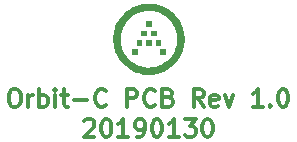
<source format=gto>
G04 #@! TF.GenerationSoftware,KiCad,Pcbnew,(5.0.0)*
G04 #@! TF.CreationDate,2019-01-31T01:52:36-08:00*
G04 #@! TF.ProjectId,Orbit,4F726269742E6B696361645F70636200,rev?*
G04 #@! TF.SameCoordinates,Original*
G04 #@! TF.FileFunction,Legend,Top*
G04 #@! TF.FilePolarity,Positive*
%FSLAX46Y46*%
G04 Gerber Fmt 4.6, Leading zero omitted, Abs format (unit mm)*
G04 Created by KiCad (PCBNEW (5.0.0)) date 01/31/19 01:52:36*
%MOMM*%
%LPD*%
G01*
G04 APERTURE LIST*
%ADD10C,0.300000*%
%ADD11C,0.010000*%
%ADD12C,1.600000*%
%ADD13C,2.300000*%
%ADD14C,3.800000*%
%ADD15C,2.540000*%
%ADD16C,1.187400*%
%ADD17O,1.400000X2.600000*%
%ADD18O,1.400000X2.200000*%
G04 APERTURE END LIST*
D10*
X25841964Y-143159821D02*
X26127678Y-143159821D01*
X26270535Y-143231250D01*
X26413392Y-143374107D01*
X26484821Y-143659821D01*
X26484821Y-144159821D01*
X26413392Y-144445535D01*
X26270535Y-144588392D01*
X26127678Y-144659821D01*
X25841964Y-144659821D01*
X25699107Y-144588392D01*
X25556250Y-144445535D01*
X25484821Y-144159821D01*
X25484821Y-143659821D01*
X25556250Y-143374107D01*
X25699107Y-143231250D01*
X25841964Y-143159821D01*
X27127678Y-144659821D02*
X27127678Y-143659821D01*
X27127678Y-143945535D02*
X27199107Y-143802678D01*
X27270535Y-143731250D01*
X27413392Y-143659821D01*
X27556250Y-143659821D01*
X28056250Y-144659821D02*
X28056250Y-143159821D01*
X28056250Y-143731250D02*
X28199107Y-143659821D01*
X28484821Y-143659821D01*
X28627678Y-143731250D01*
X28699107Y-143802678D01*
X28770535Y-143945535D01*
X28770535Y-144374107D01*
X28699107Y-144516964D01*
X28627678Y-144588392D01*
X28484821Y-144659821D01*
X28199107Y-144659821D01*
X28056250Y-144588392D01*
X29413392Y-144659821D02*
X29413392Y-143659821D01*
X29413392Y-143159821D02*
X29341964Y-143231250D01*
X29413392Y-143302678D01*
X29484821Y-143231250D01*
X29413392Y-143159821D01*
X29413392Y-143302678D01*
X29913392Y-143659821D02*
X30484821Y-143659821D01*
X30127678Y-143159821D02*
X30127678Y-144445535D01*
X30199107Y-144588392D01*
X30341964Y-144659821D01*
X30484821Y-144659821D01*
X30984821Y-144088392D02*
X32127678Y-144088392D01*
X33699107Y-144516964D02*
X33627678Y-144588392D01*
X33413392Y-144659821D01*
X33270535Y-144659821D01*
X33056250Y-144588392D01*
X32913392Y-144445535D01*
X32841964Y-144302678D01*
X32770535Y-144016964D01*
X32770535Y-143802678D01*
X32841964Y-143516964D01*
X32913392Y-143374107D01*
X33056250Y-143231250D01*
X33270535Y-143159821D01*
X33413392Y-143159821D01*
X33627678Y-143231250D01*
X33699107Y-143302678D01*
X35484821Y-144659821D02*
X35484821Y-143159821D01*
X36056250Y-143159821D01*
X36199107Y-143231250D01*
X36270535Y-143302678D01*
X36341964Y-143445535D01*
X36341964Y-143659821D01*
X36270535Y-143802678D01*
X36199107Y-143874107D01*
X36056250Y-143945535D01*
X35484821Y-143945535D01*
X37841964Y-144516964D02*
X37770535Y-144588392D01*
X37556250Y-144659821D01*
X37413392Y-144659821D01*
X37199107Y-144588392D01*
X37056250Y-144445535D01*
X36984821Y-144302678D01*
X36913392Y-144016964D01*
X36913392Y-143802678D01*
X36984821Y-143516964D01*
X37056250Y-143374107D01*
X37199107Y-143231250D01*
X37413392Y-143159821D01*
X37556250Y-143159821D01*
X37770535Y-143231250D01*
X37841964Y-143302678D01*
X38984821Y-143874107D02*
X39199107Y-143945535D01*
X39270535Y-144016964D01*
X39341964Y-144159821D01*
X39341964Y-144374107D01*
X39270535Y-144516964D01*
X39199107Y-144588392D01*
X39056250Y-144659821D01*
X38484821Y-144659821D01*
X38484821Y-143159821D01*
X38984821Y-143159821D01*
X39127678Y-143231250D01*
X39199107Y-143302678D01*
X39270535Y-143445535D01*
X39270535Y-143588392D01*
X39199107Y-143731250D01*
X39127678Y-143802678D01*
X38984821Y-143874107D01*
X38484821Y-143874107D01*
X41984821Y-144659821D02*
X41484821Y-143945535D01*
X41127678Y-144659821D02*
X41127678Y-143159821D01*
X41699107Y-143159821D01*
X41841964Y-143231250D01*
X41913392Y-143302678D01*
X41984821Y-143445535D01*
X41984821Y-143659821D01*
X41913392Y-143802678D01*
X41841964Y-143874107D01*
X41699107Y-143945535D01*
X41127678Y-143945535D01*
X43199107Y-144588392D02*
X43056250Y-144659821D01*
X42770535Y-144659821D01*
X42627678Y-144588392D01*
X42556250Y-144445535D01*
X42556250Y-143874107D01*
X42627678Y-143731250D01*
X42770535Y-143659821D01*
X43056250Y-143659821D01*
X43199107Y-143731250D01*
X43270535Y-143874107D01*
X43270535Y-144016964D01*
X42556250Y-144159821D01*
X43770535Y-143659821D02*
X44127678Y-144659821D01*
X44484821Y-143659821D01*
X46984821Y-144659821D02*
X46127678Y-144659821D01*
X46556250Y-144659821D02*
X46556250Y-143159821D01*
X46413392Y-143374107D01*
X46270535Y-143516964D01*
X46127678Y-143588392D01*
X47627678Y-144516964D02*
X47699107Y-144588392D01*
X47627678Y-144659821D01*
X47556250Y-144588392D01*
X47627678Y-144516964D01*
X47627678Y-144659821D01*
X48627678Y-143159821D02*
X48770535Y-143159821D01*
X48913392Y-143231250D01*
X48984821Y-143302678D01*
X49056250Y-143445535D01*
X49127678Y-143731250D01*
X49127678Y-144088392D01*
X49056250Y-144374107D01*
X48984821Y-144516964D01*
X48913392Y-144588392D01*
X48770535Y-144659821D01*
X48627678Y-144659821D01*
X48484821Y-144588392D01*
X48413392Y-144516964D01*
X48341964Y-144374107D01*
X48270535Y-144088392D01*
X48270535Y-143731250D01*
X48341964Y-143445535D01*
X48413392Y-143302678D01*
X48484821Y-143231250D01*
X48627678Y-143159821D01*
X31877678Y-145852678D02*
X31949107Y-145781250D01*
X32091964Y-145709821D01*
X32449107Y-145709821D01*
X32591964Y-145781250D01*
X32663392Y-145852678D01*
X32734821Y-145995535D01*
X32734821Y-146138392D01*
X32663392Y-146352678D01*
X31806249Y-147209821D01*
X32734821Y-147209821D01*
X33663392Y-145709821D02*
X33806250Y-145709821D01*
X33949107Y-145781250D01*
X34020535Y-145852678D01*
X34091964Y-145995535D01*
X34163392Y-146281250D01*
X34163392Y-146638392D01*
X34091964Y-146924107D01*
X34020535Y-147066964D01*
X33949107Y-147138392D01*
X33806250Y-147209821D01*
X33663392Y-147209821D01*
X33520535Y-147138392D01*
X33449107Y-147066964D01*
X33377678Y-146924107D01*
X33306249Y-146638392D01*
X33306249Y-146281250D01*
X33377678Y-145995535D01*
X33449107Y-145852678D01*
X33520535Y-145781250D01*
X33663392Y-145709821D01*
X35591964Y-147209821D02*
X34734821Y-147209821D01*
X35163392Y-147209821D02*
X35163392Y-145709821D01*
X35020535Y-145924107D01*
X34877678Y-146066964D01*
X34734821Y-146138392D01*
X36306250Y-147209821D02*
X36591964Y-147209821D01*
X36734821Y-147138392D01*
X36806250Y-147066964D01*
X36949107Y-146852678D01*
X37020535Y-146566964D01*
X37020535Y-145995535D01*
X36949107Y-145852678D01*
X36877678Y-145781250D01*
X36734821Y-145709821D01*
X36449107Y-145709821D01*
X36306250Y-145781250D01*
X36234821Y-145852678D01*
X36163392Y-145995535D01*
X36163392Y-146352678D01*
X36234821Y-146495535D01*
X36306250Y-146566964D01*
X36449107Y-146638392D01*
X36734821Y-146638392D01*
X36877678Y-146566964D01*
X36949107Y-146495535D01*
X37020535Y-146352678D01*
X37949107Y-145709821D02*
X38091964Y-145709821D01*
X38234821Y-145781250D01*
X38306250Y-145852678D01*
X38377678Y-145995535D01*
X38449107Y-146281250D01*
X38449107Y-146638392D01*
X38377678Y-146924107D01*
X38306250Y-147066964D01*
X38234821Y-147138392D01*
X38091964Y-147209821D01*
X37949107Y-147209821D01*
X37806250Y-147138392D01*
X37734821Y-147066964D01*
X37663392Y-146924107D01*
X37591964Y-146638392D01*
X37591964Y-146281250D01*
X37663392Y-145995535D01*
X37734821Y-145852678D01*
X37806250Y-145781250D01*
X37949107Y-145709821D01*
X39877678Y-147209821D02*
X39020535Y-147209821D01*
X39449107Y-147209821D02*
X39449107Y-145709821D01*
X39306250Y-145924107D01*
X39163392Y-146066964D01*
X39020535Y-146138392D01*
X40377678Y-145709821D02*
X41306250Y-145709821D01*
X40806250Y-146281250D01*
X41020535Y-146281250D01*
X41163392Y-146352678D01*
X41234821Y-146424107D01*
X41306250Y-146566964D01*
X41306250Y-146924107D01*
X41234821Y-147066964D01*
X41163392Y-147138392D01*
X41020535Y-147209821D01*
X40591964Y-147209821D01*
X40449107Y-147138392D01*
X40377678Y-147066964D01*
X42234821Y-145709821D02*
X42377678Y-145709821D01*
X42520535Y-145781250D01*
X42591964Y-145852678D01*
X42663392Y-145995535D01*
X42734821Y-146281250D01*
X42734821Y-146638392D01*
X42663392Y-146924107D01*
X42591964Y-147066964D01*
X42520535Y-147138392D01*
X42377678Y-147209821D01*
X42234821Y-147209821D01*
X42091964Y-147138392D01*
X42020535Y-147066964D01*
X41949107Y-146924107D01*
X41877678Y-146638392D01*
X41877678Y-146281250D01*
X41949107Y-145995535D01*
X42020535Y-145852678D01*
X42091964Y-145781250D01*
X42234821Y-145709821D01*
D11*
G04 #@! TO.C,G\002A\002A\002A*
G36*
X37496750Y-137826750D02*
X37091938Y-137826750D01*
X37091938Y-137421938D01*
X37496750Y-137421938D01*
X37496750Y-137826750D01*
X37496750Y-137826750D01*
G37*
X37496750Y-137826750D02*
X37091938Y-137826750D01*
X37091938Y-137421938D01*
X37496750Y-137421938D01*
X37496750Y-137826750D01*
G36*
X37901563Y-138612563D02*
X37496750Y-138612563D01*
X37496750Y-138231563D01*
X37901563Y-138231563D01*
X37901563Y-138612563D01*
X37901563Y-138612563D01*
G37*
X37901563Y-138612563D02*
X37496750Y-138612563D01*
X37496750Y-138231563D01*
X37901563Y-138231563D01*
X37901563Y-138612563D01*
G36*
X37091938Y-138612563D02*
X36710938Y-138612563D01*
X36710938Y-138231563D01*
X37091938Y-138231563D01*
X37091938Y-138612563D01*
X37091938Y-138612563D01*
G37*
X37091938Y-138612563D02*
X36710938Y-138612563D01*
X36710938Y-138231563D01*
X37091938Y-138231563D01*
X37091938Y-138612563D01*
G36*
X38282563Y-139422188D02*
X37901563Y-139422188D01*
X37901563Y-139017375D01*
X38282563Y-139017375D01*
X38282563Y-139422188D01*
X38282563Y-139422188D01*
G37*
X38282563Y-139422188D02*
X37901563Y-139422188D01*
X37901563Y-139017375D01*
X38282563Y-139017375D01*
X38282563Y-139422188D01*
G36*
X37496750Y-139422188D02*
X37091938Y-139422188D01*
X37091938Y-139017375D01*
X37496750Y-139017375D01*
X37496750Y-139422188D01*
X37496750Y-139422188D01*
G37*
X37496750Y-139422188D02*
X37091938Y-139422188D01*
X37091938Y-139017375D01*
X37496750Y-139017375D01*
X37496750Y-139422188D01*
G36*
X36710938Y-139422188D02*
X36306125Y-139422188D01*
X36306125Y-139017375D01*
X36710938Y-139017375D01*
X36710938Y-139422188D01*
X36710938Y-139422188D01*
G37*
X36710938Y-139422188D02*
X36306125Y-139422188D01*
X36306125Y-139017375D01*
X36710938Y-139017375D01*
X36710938Y-139422188D01*
G36*
X38687375Y-140208000D02*
X38282563Y-140208000D01*
X38282563Y-139803188D01*
X38687375Y-139803188D01*
X38687375Y-140208000D01*
X38687375Y-140208000D01*
G37*
X38687375Y-140208000D02*
X38282563Y-140208000D01*
X38282563Y-139803188D01*
X38687375Y-139803188D01*
X38687375Y-140208000D01*
G36*
X36306125Y-140208000D02*
X35901313Y-140208000D01*
X35901313Y-139803188D01*
X36306125Y-139803188D01*
X36306125Y-140208000D01*
X36306125Y-140208000D01*
G37*
X36306125Y-140208000D02*
X35901313Y-140208000D01*
X35901313Y-139803188D01*
X36306125Y-139803188D01*
X36306125Y-140208000D01*
G36*
X37310219Y-135934295D02*
X37434337Y-135935665D01*
X37546049Y-135939822D01*
X37648642Y-135947169D01*
X37745406Y-135958110D01*
X37839628Y-135973048D01*
X37934597Y-135992387D01*
X38033601Y-136016531D01*
X38078880Y-136028668D01*
X38287427Y-136093906D01*
X38489515Y-136173242D01*
X38684378Y-136266278D01*
X38871249Y-136372618D01*
X39049364Y-136491866D01*
X39201510Y-136609867D01*
X39359178Y-136750592D01*
X39506515Y-136902037D01*
X39642836Y-137063135D01*
X39767458Y-137232817D01*
X39879697Y-137410016D01*
X39978870Y-137593666D01*
X40064292Y-137782697D01*
X40135280Y-137976043D01*
X40184034Y-138144053D01*
X40217105Y-138284039D01*
X40242465Y-138415975D01*
X40260857Y-138545247D01*
X40273025Y-138677243D01*
X40279711Y-138817350D01*
X40280364Y-138842750D01*
X40277645Y-139061047D01*
X40259450Y-139275830D01*
X40225785Y-139487071D01*
X40176656Y-139694739D01*
X40112069Y-139898805D01*
X40047872Y-140062737D01*
X40019789Y-140128002D01*
X39995727Y-140182160D01*
X39973858Y-140228863D01*
X39952357Y-140271763D01*
X39929396Y-140314513D01*
X39903150Y-140360765D01*
X39874025Y-140410406D01*
X39754806Y-140596677D01*
X39624702Y-140771403D01*
X39483579Y-140934715D01*
X39331305Y-141086746D01*
X39167747Y-141227630D01*
X38992774Y-141357498D01*
X38810406Y-141474025D01*
X38757577Y-141504994D01*
X38711664Y-141530971D01*
X38669015Y-141553781D01*
X38625978Y-141575251D01*
X38578901Y-141597207D01*
X38524131Y-141621475D01*
X38462737Y-141647872D01*
X38366504Y-141687419D01*
X38277786Y-141720458D01*
X38190672Y-141748945D01*
X38099248Y-141774839D01*
X38016656Y-141795572D01*
X37852140Y-141831126D01*
X37695045Y-141856803D01*
X37540817Y-141873143D01*
X37384899Y-141880686D01*
X37294344Y-141881263D01*
X37243125Y-141880748D01*
X37195004Y-141880043D01*
X37153124Y-141879210D01*
X37120628Y-141878313D01*
X37100660Y-141877415D01*
X37099875Y-141877359D01*
X36883701Y-141853407D01*
X36670944Y-141814420D01*
X36462463Y-141760717D01*
X36259118Y-141692613D01*
X36061766Y-141610426D01*
X35871268Y-141514475D01*
X35688482Y-141405076D01*
X35537526Y-141300046D01*
X35364599Y-141161699D01*
X35203915Y-141013338D01*
X35055701Y-140855289D01*
X34920179Y-140687882D01*
X34797574Y-140511444D01*
X34688111Y-140326302D01*
X34592013Y-140132785D01*
X34509506Y-139931221D01*
X34440813Y-139721938D01*
X34428668Y-139678880D01*
X34402302Y-139577085D01*
X34380917Y-139480761D01*
X34364109Y-139386617D01*
X34351475Y-139291367D01*
X34342610Y-139191720D01*
X34337112Y-139084390D01*
X34334576Y-138966086D01*
X34334295Y-138910219D01*
X34334970Y-138854858D01*
X34867044Y-138854858D01*
X34867147Y-138934996D01*
X34868813Y-139014660D01*
X34872009Y-139089787D01*
X34876706Y-139156310D01*
X34880426Y-139192000D01*
X34912300Y-139389298D01*
X34958951Y-139580913D01*
X35020201Y-139766472D01*
X35095869Y-139945599D01*
X35185777Y-140117919D01*
X35289744Y-140283059D01*
X35407591Y-140440643D01*
X35539138Y-140590297D01*
X35561474Y-140613510D01*
X35695708Y-140740584D01*
X35841410Y-140858520D01*
X35995881Y-140965340D01*
X36156419Y-141059066D01*
X36202208Y-141082754D01*
X36276616Y-141119403D01*
X36341857Y-141149622D01*
X36402354Y-141175190D01*
X36462528Y-141197884D01*
X36526801Y-141219483D01*
X36591875Y-141239477D01*
X36781088Y-141288890D01*
X36966839Y-141323341D01*
X37150577Y-141342964D01*
X37333753Y-141347892D01*
X37517814Y-141338261D01*
X37584356Y-141331281D01*
X37771688Y-141302337D01*
X37951269Y-141260528D01*
X38125607Y-141205104D01*
X38297209Y-141135314D01*
X38394166Y-141089116D01*
X38564798Y-140995697D01*
X38724214Y-140891962D01*
X38873172Y-140777224D01*
X39012429Y-140650800D01*
X39142744Y-140512004D01*
X39264874Y-140360153D01*
X39373142Y-140204509D01*
X39398268Y-140163318D01*
X39427591Y-140111190D01*
X39459291Y-140051746D01*
X39491549Y-139988606D01*
X39522543Y-139925390D01*
X39550456Y-139865717D01*
X39573465Y-139813207D01*
X39586903Y-139779375D01*
X39649770Y-139587834D01*
X39697166Y-139395095D01*
X39729050Y-139201700D01*
X39745380Y-139008190D01*
X39746118Y-138815107D01*
X39731222Y-138622992D01*
X39700652Y-138432386D01*
X39690849Y-138386344D01*
X39657200Y-138250051D01*
X39618892Y-138123868D01*
X39573954Y-138002257D01*
X39520413Y-137879682D01*
X39482754Y-137802208D01*
X39389049Y-137633360D01*
X39282224Y-137472923D01*
X39163048Y-137321618D01*
X39032287Y-137180164D01*
X38890710Y-137049281D01*
X38739084Y-136929690D01*
X38578177Y-136822110D01*
X38408757Y-136727261D01*
X38264575Y-136659730D01*
X38092947Y-136593335D01*
X37920393Y-136541337D01*
X37744906Y-136503328D01*
X37564476Y-136478901D01*
X37377095Y-136467647D01*
X37314188Y-136466757D01*
X37116093Y-136473127D01*
X36924465Y-136493772D01*
X36738531Y-136528923D01*
X36557515Y-136578817D01*
X36380644Y-136643685D01*
X36207144Y-136723763D01*
X36036241Y-136819285D01*
X35935544Y-136883494D01*
X35796111Y-136985022D01*
X35661913Y-137099528D01*
X35534591Y-137225089D01*
X35415785Y-137359781D01*
X35307136Y-137501681D01*
X35210285Y-137648865D01*
X35126872Y-137799411D01*
X35092076Y-137872330D01*
X35030673Y-138017189D01*
X34980442Y-138156428D01*
X34940185Y-138294376D01*
X34908706Y-138435364D01*
X34884806Y-138583721D01*
X34876405Y-138652250D01*
X34871642Y-138709420D01*
X34868532Y-138778311D01*
X34867044Y-138854858D01*
X34334970Y-138854858D01*
X34336040Y-138767223D01*
X34341914Y-138636356D01*
X34352488Y-138514275D01*
X34368335Y-138397635D01*
X34390027Y-138283094D01*
X34418137Y-138167309D01*
X34453236Y-138046937D01*
X34495897Y-137918634D01*
X34511591Y-137874375D01*
X34589976Y-137679656D01*
X34682816Y-137491322D01*
X34789922Y-137309635D01*
X34911102Y-137134858D01*
X35046167Y-136967253D01*
X35194924Y-136807083D01*
X35357183Y-136654610D01*
X35464021Y-136564429D01*
X35549850Y-136498936D01*
X35647389Y-136431610D01*
X35752998Y-136364662D01*
X35863036Y-136300305D01*
X35973863Y-136240750D01*
X36081839Y-136188208D01*
X36087844Y-136185465D01*
X36157804Y-136155592D01*
X36238985Y-136124206D01*
X36327017Y-136092786D01*
X36417529Y-136062812D01*
X36506151Y-136035761D01*
X36588514Y-136013114D01*
X36620400Y-136005221D01*
X36713625Y-135984453D01*
X36802599Y-135967793D01*
X36890603Y-135954902D01*
X36980919Y-135945445D01*
X37076828Y-135939082D01*
X37181610Y-135935478D01*
X37298545Y-135934294D01*
X37310219Y-135934295D01*
X37310219Y-135934295D01*
G37*
X37310219Y-135934295D02*
X37434337Y-135935665D01*
X37546049Y-135939822D01*
X37648642Y-135947169D01*
X37745406Y-135958110D01*
X37839628Y-135973048D01*
X37934597Y-135992387D01*
X38033601Y-136016531D01*
X38078880Y-136028668D01*
X38287427Y-136093906D01*
X38489515Y-136173242D01*
X38684378Y-136266278D01*
X38871249Y-136372618D01*
X39049364Y-136491866D01*
X39201510Y-136609867D01*
X39359178Y-136750592D01*
X39506515Y-136902037D01*
X39642836Y-137063135D01*
X39767458Y-137232817D01*
X39879697Y-137410016D01*
X39978870Y-137593666D01*
X40064292Y-137782697D01*
X40135280Y-137976043D01*
X40184034Y-138144053D01*
X40217105Y-138284039D01*
X40242465Y-138415975D01*
X40260857Y-138545247D01*
X40273025Y-138677243D01*
X40279711Y-138817350D01*
X40280364Y-138842750D01*
X40277645Y-139061047D01*
X40259450Y-139275830D01*
X40225785Y-139487071D01*
X40176656Y-139694739D01*
X40112069Y-139898805D01*
X40047872Y-140062737D01*
X40019789Y-140128002D01*
X39995727Y-140182160D01*
X39973858Y-140228863D01*
X39952357Y-140271763D01*
X39929396Y-140314513D01*
X39903150Y-140360765D01*
X39874025Y-140410406D01*
X39754806Y-140596677D01*
X39624702Y-140771403D01*
X39483579Y-140934715D01*
X39331305Y-141086746D01*
X39167747Y-141227630D01*
X38992774Y-141357498D01*
X38810406Y-141474025D01*
X38757577Y-141504994D01*
X38711664Y-141530971D01*
X38669015Y-141553781D01*
X38625978Y-141575251D01*
X38578901Y-141597207D01*
X38524131Y-141621475D01*
X38462737Y-141647872D01*
X38366504Y-141687419D01*
X38277786Y-141720458D01*
X38190672Y-141748945D01*
X38099248Y-141774839D01*
X38016656Y-141795572D01*
X37852140Y-141831126D01*
X37695045Y-141856803D01*
X37540817Y-141873143D01*
X37384899Y-141880686D01*
X37294344Y-141881263D01*
X37243125Y-141880748D01*
X37195004Y-141880043D01*
X37153124Y-141879210D01*
X37120628Y-141878313D01*
X37100660Y-141877415D01*
X37099875Y-141877359D01*
X36883701Y-141853407D01*
X36670944Y-141814420D01*
X36462463Y-141760717D01*
X36259118Y-141692613D01*
X36061766Y-141610426D01*
X35871268Y-141514475D01*
X35688482Y-141405076D01*
X35537526Y-141300046D01*
X35364599Y-141161699D01*
X35203915Y-141013338D01*
X35055701Y-140855289D01*
X34920179Y-140687882D01*
X34797574Y-140511444D01*
X34688111Y-140326302D01*
X34592013Y-140132785D01*
X34509506Y-139931221D01*
X34440813Y-139721938D01*
X34428668Y-139678880D01*
X34402302Y-139577085D01*
X34380917Y-139480761D01*
X34364109Y-139386617D01*
X34351475Y-139291367D01*
X34342610Y-139191720D01*
X34337112Y-139084390D01*
X34334576Y-138966086D01*
X34334295Y-138910219D01*
X34334970Y-138854858D01*
X34867044Y-138854858D01*
X34867147Y-138934996D01*
X34868813Y-139014660D01*
X34872009Y-139089787D01*
X34876706Y-139156310D01*
X34880426Y-139192000D01*
X34912300Y-139389298D01*
X34958951Y-139580913D01*
X35020201Y-139766472D01*
X35095869Y-139945599D01*
X35185777Y-140117919D01*
X35289744Y-140283059D01*
X35407591Y-140440643D01*
X35539138Y-140590297D01*
X35561474Y-140613510D01*
X35695708Y-140740584D01*
X35841410Y-140858520D01*
X35995881Y-140965340D01*
X36156419Y-141059066D01*
X36202208Y-141082754D01*
X36276616Y-141119403D01*
X36341857Y-141149622D01*
X36402354Y-141175190D01*
X36462528Y-141197884D01*
X36526801Y-141219483D01*
X36591875Y-141239477D01*
X36781088Y-141288890D01*
X36966839Y-141323341D01*
X37150577Y-141342964D01*
X37333753Y-141347892D01*
X37517814Y-141338261D01*
X37584356Y-141331281D01*
X37771688Y-141302337D01*
X37951269Y-141260528D01*
X38125607Y-141205104D01*
X38297209Y-141135314D01*
X38394166Y-141089116D01*
X38564798Y-140995697D01*
X38724214Y-140891962D01*
X38873172Y-140777224D01*
X39012429Y-140650800D01*
X39142744Y-140512004D01*
X39264874Y-140360153D01*
X39373142Y-140204509D01*
X39398268Y-140163318D01*
X39427591Y-140111190D01*
X39459291Y-140051746D01*
X39491549Y-139988606D01*
X39522543Y-139925390D01*
X39550456Y-139865717D01*
X39573465Y-139813207D01*
X39586903Y-139779375D01*
X39649770Y-139587834D01*
X39697166Y-139395095D01*
X39729050Y-139201700D01*
X39745380Y-139008190D01*
X39746118Y-138815107D01*
X39731222Y-138622992D01*
X39700652Y-138432386D01*
X39690849Y-138386344D01*
X39657200Y-138250051D01*
X39618892Y-138123868D01*
X39573954Y-138002257D01*
X39520413Y-137879682D01*
X39482754Y-137802208D01*
X39389049Y-137633360D01*
X39282224Y-137472923D01*
X39163048Y-137321618D01*
X39032287Y-137180164D01*
X38890710Y-137049281D01*
X38739084Y-136929690D01*
X38578177Y-136822110D01*
X38408757Y-136727261D01*
X38264575Y-136659730D01*
X38092947Y-136593335D01*
X37920393Y-136541337D01*
X37744906Y-136503328D01*
X37564476Y-136478901D01*
X37377095Y-136467647D01*
X37314188Y-136466757D01*
X37116093Y-136473127D01*
X36924465Y-136493772D01*
X36738531Y-136528923D01*
X36557515Y-136578817D01*
X36380644Y-136643685D01*
X36207144Y-136723763D01*
X36036241Y-136819285D01*
X35935544Y-136883494D01*
X35796111Y-136985022D01*
X35661913Y-137099528D01*
X35534591Y-137225089D01*
X35415785Y-137359781D01*
X35307136Y-137501681D01*
X35210285Y-137648865D01*
X35126872Y-137799411D01*
X35092076Y-137872330D01*
X35030673Y-138017189D01*
X34980442Y-138156428D01*
X34940185Y-138294376D01*
X34908706Y-138435364D01*
X34884806Y-138583721D01*
X34876405Y-138652250D01*
X34871642Y-138709420D01*
X34868532Y-138778311D01*
X34867044Y-138854858D01*
X34334970Y-138854858D01*
X34336040Y-138767223D01*
X34341914Y-138636356D01*
X34352488Y-138514275D01*
X34368335Y-138397635D01*
X34390027Y-138283094D01*
X34418137Y-138167309D01*
X34453236Y-138046937D01*
X34495897Y-137918634D01*
X34511591Y-137874375D01*
X34589976Y-137679656D01*
X34682816Y-137491322D01*
X34789922Y-137309635D01*
X34911102Y-137134858D01*
X35046167Y-136967253D01*
X35194924Y-136807083D01*
X35357183Y-136654610D01*
X35464021Y-136564429D01*
X35549850Y-136498936D01*
X35647389Y-136431610D01*
X35752998Y-136364662D01*
X35863036Y-136300305D01*
X35973863Y-136240750D01*
X36081839Y-136188208D01*
X36087844Y-136185465D01*
X36157804Y-136155592D01*
X36238985Y-136124206D01*
X36327017Y-136092786D01*
X36417529Y-136062812D01*
X36506151Y-136035761D01*
X36588514Y-136013114D01*
X36620400Y-136005221D01*
X36713625Y-135984453D01*
X36802599Y-135967793D01*
X36890603Y-135954902D01*
X36980919Y-135945445D01*
X37076828Y-135939082D01*
X37181610Y-135935478D01*
X37298545Y-135934294D01*
X37310219Y-135934295D01*
G04 #@! TD*
%LPC*%
D12*
G04 #@! TO.C,MX34*
X140219307Y-124868403D03*
D13*
X141942000Y-113484610D03*
X136442000Y-123010890D03*
D14*
X139192000Y-118247750D03*
G04 #@! TD*
D12*
G04 #@! TO.C,MX63*
X168735693Y-115827097D03*
D13*
X177733000Y-123010890D03*
X172233000Y-113484610D03*
D14*
X174983000Y-118247750D03*
G04 #@! TD*
D12*
G04 #@! TO.C,MX9*
X28117500Y-59762500D03*
D13*
X38837500Y-55562500D03*
X27837500Y-55562500D03*
D14*
X33337500Y-55562500D03*
G04 #@! TD*
D12*
G04 #@! TO.C,MX10*
X47167500Y-59762500D03*
D13*
X57887500Y-55562500D03*
X46887500Y-55562500D03*
D14*
X52387500Y-55562500D03*
G04 #@! TD*
D12*
G04 #@! TO.C,MX11*
X66217500Y-55000000D03*
D13*
X76937500Y-50800000D03*
X65937500Y-50800000D03*
D14*
X71437500Y-50800000D03*
G04 #@! TD*
D12*
G04 #@! TO.C,MX12*
X85267500Y-52618750D03*
D13*
X95987500Y-48418750D03*
X84987500Y-48418750D03*
D14*
X90487500Y-48418750D03*
G04 #@! TD*
D12*
G04 #@! TO.C,MX13*
X104317500Y-55000000D03*
D13*
X115037500Y-50800000D03*
X104037500Y-50800000D03*
D14*
X109537500Y-50800000D03*
G04 #@! TD*
D12*
G04 #@! TO.C,MX14*
X123367500Y-57381250D03*
D13*
X134087500Y-53181250D03*
X123087500Y-53181250D03*
D14*
X128587500Y-53181250D03*
G04 #@! TD*
D12*
G04 #@! TO.C,MX16*
X28117500Y-78812500D03*
D13*
X38837500Y-74612500D03*
X27837500Y-74612500D03*
D14*
X33337500Y-74612500D03*
G04 #@! TD*
D12*
G04 #@! TO.C,MX17*
X47167500Y-78812500D03*
D13*
X57887500Y-74612500D03*
X46887500Y-74612500D03*
D14*
X52387500Y-74612500D03*
G04 #@! TD*
D12*
G04 #@! TO.C,MX18*
X66217500Y-74050000D03*
D13*
X76937500Y-69850000D03*
X65937500Y-69850000D03*
D14*
X71437500Y-69850000D03*
G04 #@! TD*
D12*
G04 #@! TO.C,MX19*
X85267500Y-71668750D03*
D13*
X95987500Y-67468750D03*
X84987500Y-67468750D03*
D14*
X90487500Y-67468750D03*
G04 #@! TD*
D12*
G04 #@! TO.C,MX20*
X104317500Y-74050000D03*
D13*
X115037500Y-69850000D03*
X104037500Y-69850000D03*
D14*
X109537500Y-69850000D03*
G04 #@! TD*
D12*
G04 #@! TO.C,MX21*
X123367500Y-76431250D03*
D13*
X134087500Y-72231250D03*
X123087500Y-72231250D03*
D14*
X128587500Y-72231250D03*
G04 #@! TD*
D12*
G04 #@! TO.C,MX23*
X28117500Y-97862500D03*
D13*
X38837500Y-93662500D03*
X27837500Y-93662500D03*
D14*
X33337500Y-93662500D03*
G04 #@! TD*
D12*
G04 #@! TO.C,MX24*
X47167500Y-97862500D03*
D13*
X57887500Y-93662500D03*
X46887500Y-93662500D03*
D14*
X52387500Y-93662500D03*
G04 #@! TD*
D12*
G04 #@! TO.C,MX25*
X66217500Y-93100000D03*
D13*
X76937500Y-88900000D03*
X65937500Y-88900000D03*
D14*
X71437500Y-88900000D03*
G04 #@! TD*
D12*
G04 #@! TO.C,MX26*
X85267500Y-90718750D03*
D13*
X95987500Y-86518750D03*
X84987500Y-86518750D03*
D14*
X90487500Y-86518750D03*
G04 #@! TD*
D12*
G04 #@! TO.C,MX27*
X104317500Y-93100000D03*
D13*
X115037500Y-88900000D03*
X104037500Y-88900000D03*
D14*
X109537500Y-88900000D03*
G04 #@! TD*
D12*
G04 #@! TO.C,MX28*
X123367500Y-95481250D03*
D13*
X134087500Y-91281250D03*
X123087500Y-91281250D03*
D14*
X128587500Y-91281250D03*
G04 #@! TD*
D12*
G04 #@! TO.C,MX29*
X28117500Y-116912500D03*
D13*
X38837500Y-112712500D03*
X27837500Y-112712500D03*
D14*
X33337500Y-112712500D03*
G04 #@! TD*
D12*
G04 #@! TO.C,MX30*
X47167500Y-116912500D03*
D13*
X57887500Y-112712500D03*
X46887500Y-112712500D03*
D14*
X52387500Y-112712500D03*
G04 #@! TD*
D12*
G04 #@! TO.C,MX31*
X66217500Y-112150000D03*
D13*
X76937500Y-107950000D03*
X65937500Y-107950000D03*
D14*
X71437500Y-107950000D03*
G04 #@! TD*
D12*
G04 #@! TO.C,MX32*
X85267500Y-109768750D03*
D13*
X95987500Y-105568750D03*
X84987500Y-105568750D03*
D14*
X90487500Y-105568750D03*
G04 #@! TD*
D12*
G04 #@! TO.C,MX33*
X112863614Y-113284119D03*
D13*
X124356811Y-112602343D03*
X113895189Y-109203157D03*
D14*
X119126000Y-110902750D03*
G04 #@! TD*
D12*
G04 #@! TO.C,MX42*
X180367500Y-57381250D03*
D13*
X191087500Y-53181250D03*
X180087500Y-53181250D03*
D14*
X185587500Y-53181250D03*
G04 #@! TD*
D12*
G04 #@! TO.C,MX43*
X199417500Y-55000000D03*
D13*
X210137500Y-50800000D03*
X199137500Y-50800000D03*
D14*
X204637500Y-50800000D03*
G04 #@! TD*
D12*
G04 #@! TO.C,MX44*
X218467500Y-52618750D03*
D13*
X229187500Y-48418750D03*
X218187500Y-48418750D03*
D14*
X223687500Y-48418750D03*
G04 #@! TD*
D12*
G04 #@! TO.C,MX45*
X237517500Y-55000000D03*
D13*
X248237500Y-50800000D03*
X237237500Y-50800000D03*
D14*
X242737500Y-50800000D03*
G04 #@! TD*
D12*
G04 #@! TO.C,MX46*
X256567500Y-59762500D03*
D13*
X267287500Y-55562500D03*
X256287500Y-55562500D03*
D14*
X261787500Y-55562500D03*
G04 #@! TD*
D12*
G04 #@! TO.C,MX47*
X275617500Y-59762500D03*
D13*
X286337500Y-55562500D03*
X275337500Y-55562500D03*
D14*
X280837500Y-55562500D03*
G04 #@! TD*
D12*
G04 #@! TO.C,MX49*
X180367500Y-76431250D03*
D13*
X191087500Y-72231250D03*
X180087500Y-72231250D03*
D14*
X185587500Y-72231250D03*
G04 #@! TD*
D12*
G04 #@! TO.C,MX50*
X199417500Y-74050000D03*
D13*
X210137500Y-69850000D03*
X199137500Y-69850000D03*
D14*
X204637500Y-69850000D03*
G04 #@! TD*
D12*
G04 #@! TO.C,MX51*
X218467500Y-71668750D03*
D13*
X229187500Y-67468750D03*
X218187500Y-67468750D03*
D14*
X223687500Y-67468750D03*
G04 #@! TD*
D12*
G04 #@! TO.C,MX52*
X237517500Y-74050000D03*
D13*
X248237500Y-69850000D03*
X237237500Y-69850000D03*
D14*
X242737500Y-69850000D03*
G04 #@! TD*
D12*
G04 #@! TO.C,MX53*
X256567500Y-78812500D03*
D13*
X267287500Y-74612500D03*
X256287500Y-74612500D03*
D14*
X261787500Y-74612500D03*
G04 #@! TD*
D12*
G04 #@! TO.C,MX54*
X275617500Y-78812500D03*
D13*
X286337500Y-74612500D03*
X275337500Y-74612500D03*
D14*
X280837500Y-74612500D03*
G04 #@! TD*
D12*
G04 #@! TO.C,MX56*
X180367500Y-95481250D03*
D13*
X191087500Y-91281250D03*
X180087500Y-91281250D03*
D14*
X185587500Y-91281250D03*
G04 #@! TD*
D12*
G04 #@! TO.C,MX57*
X199417500Y-93100000D03*
D13*
X210137500Y-88900000D03*
X199137500Y-88900000D03*
D14*
X204637500Y-88900000D03*
G04 #@! TD*
D12*
G04 #@! TO.C,MX58*
X218467500Y-90718750D03*
D13*
X229187500Y-86518750D03*
X218187500Y-86518750D03*
D14*
X223687500Y-86518750D03*
G04 #@! TD*
D12*
G04 #@! TO.C,MX59*
X237517500Y-93100000D03*
D13*
X248237500Y-88900000D03*
X237237500Y-88900000D03*
D14*
X242737500Y-88900000D03*
G04 #@! TD*
D12*
G04 #@! TO.C,MX60*
X256567500Y-97862500D03*
D13*
X267287500Y-93662500D03*
X256287500Y-93662500D03*
D14*
X261787500Y-93662500D03*
G04 #@! TD*
D12*
G04 #@! TO.C,MX61*
X275617500Y-97862500D03*
D13*
X286337500Y-93662500D03*
X275337500Y-93662500D03*
D14*
X280837500Y-93662500D03*
G04 #@! TD*
D12*
G04 #@! TO.C,MX64*
X191382356Y-116510256D03*
D13*
X200279811Y-109203157D03*
X189818189Y-112602343D03*
D14*
X195049000Y-110902750D03*
G04 #@! TD*
D12*
G04 #@! TO.C,MX65*
X218467500Y-109768750D03*
D13*
X229187500Y-105568750D03*
X218187500Y-105568750D03*
D14*
X223687500Y-105568750D03*
G04 #@! TD*
D12*
G04 #@! TO.C,MX66*
X237517500Y-112150000D03*
D13*
X248237500Y-107950000D03*
X237237500Y-107950000D03*
D14*
X242737500Y-107950000D03*
G04 #@! TD*
D12*
G04 #@! TO.C,MX67*
X256567500Y-116912500D03*
D13*
X267287500Y-112712500D03*
X256287500Y-112712500D03*
D14*
X261787500Y-112712500D03*
G04 #@! TD*
D12*
G04 #@! TO.C,MX68*
X275617500Y-116912500D03*
D13*
X286337500Y-112712500D03*
X275337500Y-112712500D03*
D14*
X280837500Y-112712500D03*
G04 #@! TD*
D15*
G04 #@! TO.C,FID4*
X25400000Y-27781250D03*
G04 #@! TD*
G04 #@! TO.C,FID5*
X288925000Y-27781250D03*
G04 #@! TD*
G04 #@! TO.C,FID6*
X288925000Y-146843750D03*
G04 #@! TD*
D16*
G04 #@! TO.C,J3*
X273852500Y-122428000D03*
X272582500Y-122428000D03*
X268772500Y-122428000D03*
X270042500Y-122428000D03*
X271312500Y-122428000D03*
G04 #@! TD*
G04 #@! TO.C,J5*
X235752500Y-118808500D03*
X234482500Y-118808500D03*
X230672500Y-118808500D03*
X231942500Y-118808500D03*
X233212500Y-118808500D03*
G04 #@! TD*
G04 #@! TO.C,J7*
X240197500Y-39941500D03*
X241467500Y-39941500D03*
X245277500Y-39941500D03*
X244007500Y-39941500D03*
X242737500Y-39941500D03*
G04 #@! TD*
G04 #@! TO.C,J9*
X235752500Y-122428000D03*
X234482500Y-122428000D03*
X230672500Y-122428000D03*
X231942500Y-122428000D03*
X233212500Y-122428000D03*
G04 #@! TD*
G04 #@! TO.C,J13*
X68897500Y-39941500D03*
X70167500Y-39941500D03*
X73977500Y-39941500D03*
X72707500Y-39941500D03*
X71437500Y-39941500D03*
G04 #@! TD*
G04 #@! TO.C,J14*
X83502500Y-118808500D03*
X82232500Y-118808500D03*
X78422500Y-118808500D03*
X79692500Y-118808500D03*
X80962500Y-118808500D03*
G04 #@! TD*
G04 #@! TO.C,J17*
X45402500Y-122428000D03*
X44132500Y-122428000D03*
X40322500Y-122428000D03*
X41592500Y-122428000D03*
X42862500Y-122428000D03*
G04 #@! TD*
G04 #@! TO.C,J18*
X83502500Y-122428000D03*
X82232500Y-122428000D03*
X78422500Y-122428000D03*
X79692500Y-122428000D03*
X80962500Y-122428000D03*
G04 #@! TD*
D17*
G04 #@! TO.C,USB1*
X48482500Y-42422500D03*
X37242500Y-42422500D03*
D18*
X48482500Y-46422500D03*
X37242500Y-46422500D03*
G04 #@! TD*
D17*
G04 #@! TO.C,USB2*
X276932500Y-42422500D03*
X265692500Y-42422500D03*
D18*
X276932500Y-46422500D03*
X265692500Y-46422500D03*
G04 #@! TD*
D17*
G04 #@! TO.C,USB3*
X124682500Y-38549000D03*
X113442500Y-38549000D03*
D18*
X124682500Y-42549000D03*
X113442500Y-42549000D03*
G04 #@! TD*
D17*
G04 #@! TO.C,USB4*
X200732500Y-38517250D03*
X189492500Y-38517250D03*
D18*
X200732500Y-42517250D03*
X189492500Y-42517250D03*
G04 #@! TD*
M02*

</source>
